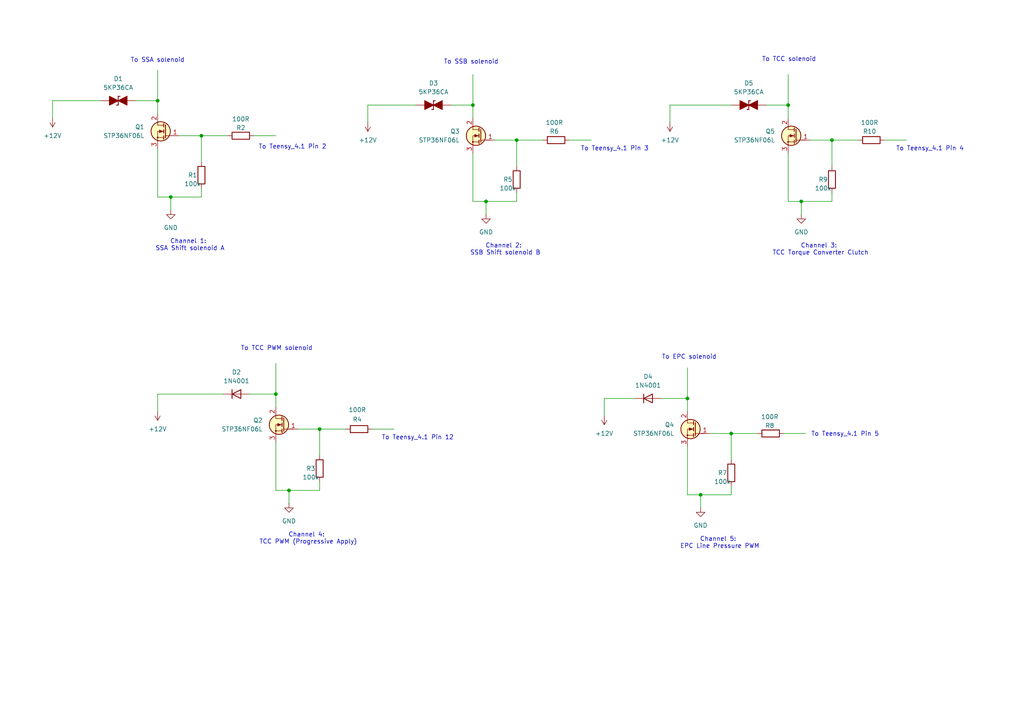
<source format=kicad_sch>
(kicad_sch (version 20250114) (generator "eeschema") (generator_version "9.0")
  (paper "A4")
  (title_block (title "4L60E Controller - Input Conditioning (Overview)") (date "2026-01-26") (rev "B") (comment 1 "Input sheets listed below"))
  (lib_symbols
    (symbol "Device:R" (pin_numbers (hide yes)) (pin_names (offset 0))
      (property "Reference" "R" (at 2.032 0 90))
      (property "Value" "R" (at 0 0 90))
      (symbol "R_0_1"
        (rectangle (start -1.016 -2.54) (end 1.016 2.54) (stroke (width 0.254)))
      )
      (symbol "R_1_1"
        (pin passive line (at 0 3.81 270) (length 1.27) (name "~") (number "1"))
        (pin passive line (at 0 -3.81 90) (length 1.27) (name "~") (number "2"))
      )
    )
    (symbol "Diode:1N4001" (pin_numbers (hide yes)) (pin_names (hide yes))
      (property "Reference" "D" (at 0 2.54 0))
      (property "Value" "1N4001" (at 0 -2.54 0))
      (symbol "1N4001_0_1"
        (polyline (pts (xy -1.27 1.27) (xy -1.27 -1.27)) (stroke (width 0.254)))
        (polyline (pts (xy 1.27 1.27) (xy 1.27 -1.27) (xy -1.27 0) (xy 1.27 1.27)) (stroke (width 0.254)))
        (polyline (pts (xy 1.27 0) (xy -1.27 0)))
      )
      (symbol "1N4001_1_1"
        (pin passive line (at -3.81 0 0) (length 2.54) (name "K") (number "1"))
        (pin passive line (at 3.81 0 180) (length 2.54) (name "A") (number "2"))
      )
    )
    (symbol "PCM_Diode_TVS_AKL:5KP36CA" (pin_numbers (hide yes)) (pin_names (offset 1.016) (hide yes))
      (property "Reference" "D" (at 0 5.08 0))
      (property "Value" "5KP36CA" (at 0 2.54 0))
      (symbol "5KP36CA_0_1"
        (polyline (pts (xy 0 1.27) (xy 0 -1.27)) (stroke (width 0.254)))
        (polyline (pts (xy 0 1.27) (xy 0.508 1.27)) (stroke (width 0.254)))
        (polyline (pts (xy 0 0) (xy -2.54 1.27) (xy -2.54 -1.27) (xy 0 0)) (stroke (width 0.254)) (fill (type outline)))
        (polyline (pts (xy 0 -1.27) (xy -0.508 -1.27)) (stroke (width 0.254)))
        (polyline (pts (xy 1.27 0) (xy -1.27 0)))
        (polyline (pts (xy 2.54 1.27) (xy 2.54 -1.27) (xy 0 0) (xy 2.54 1.27)) (stroke (width 0.254)) (fill (type outline)))
      )
      (symbol "5KP36CA_0_2"
        (polyline (pts (xy -3.81 -3.81) (xy 3.81 3.81)))
        (polyline (pts (xy -1.778 -1.778) (xy -2.667 -0.889) (xy 0 0) (xy -0.889 -2.667) (xy -1.778 -1.778)) (stroke (width 0.254)) (fill (type outline)))
        (polyline (pts (xy -0.889 0.889) (xy -1.27 0.508)) (stroke (width 0.254)))
        (polyline (pts (xy -0.889 0.889) (xy 0.889 -0.889)) (stroke (width 0.254)))
        (polyline (pts (xy 0.889 -0.889) (xy 1.27 -0.508)) (stroke (width 0.254)))
        (polyline (pts (xy 1.778 1.778) (xy 2.667 0.889) (xy 0 0) (xy 0.889 2.667) (xy 1.778 1.778)) (stroke (width 0.254)) (fill (type outline)))
      )
      (symbol "5KP36CA_1_1"
        (pin passive line (at -5.08 0 0) (length 2.54) (name "K") (number "1"))
        (pin passive line (at 5.08 0 180) (length 2.54) (name "A") (number "2"))
      )
      (symbol "5KP36CA_1_2"
        (pin passive line (at -3.81 -3.81 0) (length 0) (name "A") (number "2"))
        (pin passive line (at 3.81 3.81 180) (length 0) (name "K") (number "1"))
      )
    )
    (symbol "PCM_Transistor_MOSFET_AKL:STP36NF06L" (pin_names (hide yes))
      (property "Reference" "Q" (at 5.08 1.27 0))
      (property "Value" "STP36NF06L" (at 5.08 -1.27 0))
      (symbol "STP36NF06L_0_1"
        (polyline (pts (xy 0.254 1.905) (xy 0.254 -1.905)) (stroke (width 0.254)))
        (polyline (pts (xy 0.254 -1.27) (xy -2.54 -1.27)))
        (polyline (pts (xy 0.762 2.286) (xy 0.762 1.27)) (stroke (width 0.254)))
        (polyline (pts (xy 0.762 0.508) (xy 0.762 -0.508)) (stroke (width 0.254)))
        (polyline (pts (xy 0.762 -1.27) (xy 0.762 -2.286)) (stroke (width 0.254)))
        (polyline (pts (xy 0.762 -1.778) (xy 2.54 -1.778)))
        (polyline (pts (xy 1.016 0) (xy 2.032 0.381) (xy 2.032 -0.381) (xy 1.016 0)) (fill (type outline)))
        (circle (center 1.651 0) (radius 2.794) (stroke (width 0.254)) (fill (type background)))
        (polyline (pts (xy 2.54 2.54) (xy 2.54 1.778)))
        (polyline (pts (xy 2.54 1.778) (xy 0.762 1.778)))
        (circle (center 2.54 -1.778) (radius 0.1778) (fill (type outline)))
        (polyline (pts (xy 2.54 -2.54) (xy 2.54 0) (xy 0.762 0)))
      )
      (symbol "STP36NF06L_1_1"
        (pin input line (at -3.81 -1.27 0) (length 2.54) (name "G") (number "1"))
        (pin passive line (at 2.54 5.08 270) (length 2.54) (name "D") (number "2"))
        (pin passive line (at 2.54 -5.08 90) (length 2.54) (name "S") (number "3"))
      )
    )
    (symbol "power:+12V" (power) (pin_numbers (hide yes)) (pin_names (offset 0) (hide yes))
      (property "Value" "+12V" (at 0 3.556 0))
      (symbol "+12V_0_1"
        (polyline (pts (xy -0.762 1.27) (xy 0 2.54)))
        (polyline (pts (xy 0 2.54) (xy 0.762 1.27)))
        (polyline (pts (xy 0 0) (xy 0 2.54)))
      )
      (symbol "+12V_1_1"
        (pin power_in line (at 0 0 90) (length 0) (name "~") (number "1"))
      )
    )
    (symbol "power:GND" (power) (pin_numbers (hide yes)) (pin_names (offset 0) (hide yes))
      (property "Value" "GND" (at 0 -3.81 0))
      (symbol "GND_0_1"
        (polyline (pts (xy 0 0) (xy 0 -1.27) (xy 1.27 -1.27) (xy 0 -2.54) (xy -1.27 -1.27) (xy 0 -1.27)))
      )
      (symbol "GND_1_1"
        (pin power_in line (at 0 0 270) (length 0) (name "~") (number "1"))
      )
    )
  )
  (text "To SSA solenoid" (at 45.72 17.526 0) (effects (font (size 1.27 1.27))))
  (text "Channel 1: \nSSA Shift solenoid A" (at 55.118 71.12 0) (effects (font (size 1.27 1.27))))
  (text "To Teensy_4.1 Pin 4" (at 269.748 43.18 0) (effects (font (size 1.27 1.27))))
  (text "Channel 3: \nTCC Torque Converter Clutch" (at 237.998 72.39 0) (effects (font (size 1.27 1.27))))
  (text "To Teensy_4.1 Pin 12" (at 121.158 127 0) (effects (font (size 1.27 1.27))))
  (text "To TCC solenoid" (at 228.854 17.272 0) (effects (font (size 1.27 1.27))))
  (text "Channel 5: \nEPC Line Pressure PWM" (at 208.788 157.48 0) (effects (font (size 1.27 1.27))))
  (text "To SSB solenoid" (at 136.652 18.034 0) (effects (font (size 1.27 1.27))))
  (text "To Teensy_4.1 Pin 2" (at 84.836 42.672 0) (effects (font (size 1.27 1.27))))
  (text "Channel 2: \nSSB Shift solenoid B" (at 146.558 72.39 0) (effects (font (size 1.27 1.27))))
  (text "To Teensy_4.1 Pin 5" (at 245.11 125.984 0) (effects (font (size 1.27 1.27))))
  (text "To EPC solenoid" (at 199.898 103.632 0) (effects (font (size 1.27 1.27))))
  (text "Channel 4: \nTCC PWM (Progressive Apply)" (at 89.408 156.21 0) (effects (font (size 1.27 1.27))))
  (text "To TCC PWM solenoid" (at 80.264 101.092 0) (effects (font (size 1.27 1.27))))
  (text "To Teensy_4.1 Pin 3" (at 178.308 43.18 0) (effects (font (size 1.27 1.27))))
  (junction (at 137.16 30.48))
  (junction (at 140.97 58.42))
  (junction (at 92.71 124.46))
  (junction (at 241.3 40.64))
  (junction (at 199.39 115.57))
  (junction (at 212.09 125.73))
  (junction (at 228.6 30.48))
  (junction (at 45.72 29.21))
  (junction (at 80.01 114.3))
  (junction (at 58.42 39.37))
  (junction (at 149.86 40.64))
  (junction (at 49.53 57.15))
  (junction (at 203.2 143.51))
  (junction (at 232.41 58.42))
  (junction (at 83.82 142.24))
  (wire (pts (xy 137.16 44.45) (xy 137.16 58.42)))
  (wire (pts (xy 80.01 128.27) (xy 80.01 142.24)))
  (wire (pts (xy 73.66 39.37) (xy 80.01 39.37)))
  (wire (pts (xy 212.09 125.73) (xy 212.09 133.35)))
  (wire (pts (xy 45.72 114.3) (xy 64.77 114.3)))
  (wire (pts (xy 203.2 143.51) (xy 203.2 147.32)))
  (wire (pts (xy 58.42 54.61) (xy 58.42 57.15)))
  (wire (pts (xy 49.53 57.15) (xy 49.53 60.96)))
  (wire (pts (xy 45.72 114.3) (xy 45.72 119.38)))
  (wire (pts (xy 120.65 30.48) (xy 106.68 30.48)))
  (wire (pts (xy 241.3 40.64) (xy 234.95 40.64)))
  (wire (pts (xy 49.53 57.15) (xy 45.72 57.15)))
  (wire (pts (xy 228.6 30.48) (xy 222.25 30.48)))
  (wire (pts (xy 137.16 21.59) (xy 137.16 30.48)))
  (wire (pts (xy 228.6 34.29) (xy 228.6 30.48)))
  (wire (pts (xy 80.01 114.3) (xy 80.01 118.11)))
  (wire (pts (xy 83.82 142.24) (xy 83.82 146.05)))
  (wire (pts (xy 227.33 125.73) (xy 233.68 125.73)))
  (wire (pts (xy 212.09 143.51) (xy 203.2 143.51)))
  (wire (pts (xy 149.86 58.42) (xy 140.97 58.42)))
  (wire (pts (xy 228.6 21.59) (xy 228.6 30.48)))
  (wire (pts (xy 92.71 142.24) (xy 83.82 142.24)))
  (wire (pts (xy 149.86 55.88) (xy 149.86 58.42)))
  (wire (pts (xy 212.09 125.73) (xy 205.74 125.73)))
  (wire (pts (xy 29.21 29.21) (xy 15.24 29.21)))
  (wire (pts (xy 66.04 39.37) (xy 58.42 39.37)))
  (wire (pts (xy 45.72 33.02) (xy 45.72 29.21)))
  (wire (pts (xy 107.95 124.46) (xy 114.3 124.46)))
  (wire (pts (xy 199.39 106.68) (xy 199.39 115.57)))
  (wire (pts (xy 157.48 40.64) (xy 149.86 40.64)))
  (wire (pts (xy 149.86 40.64) (xy 149.86 48.26)))
  (wire (pts (xy 175.26 115.57) (xy 175.26 120.65)))
  (wire (pts (xy 137.16 34.29) (xy 137.16 30.48)))
  (wire (pts (xy 241.3 55.88) (xy 241.3 58.42)))
  (wire (pts (xy 45.72 29.21) (xy 39.37 29.21)))
  (wire (pts (xy 106.68 30.48) (xy 106.68 35.56)))
  (wire (pts (xy 228.6 44.45) (xy 228.6 58.42)))
  (wire (pts (xy 58.42 57.15) (xy 49.53 57.15)))
  (wire (pts (xy 194.31 30.48) (xy 194.31 35.56)))
  (wire (pts (xy 232.41 58.42) (xy 232.41 62.23)))
  (wire (pts (xy 256.54 40.64) (xy 262.89 40.64)))
  (wire (pts (xy 232.41 58.42) (xy 228.6 58.42)))
  (wire (pts (xy 140.97 58.42) (xy 140.97 62.23)))
  (wire (pts (xy 92.71 139.7) (xy 92.71 142.24)))
  (wire (pts (xy 80.01 105.41) (xy 80.01 114.3)))
  (wire (pts (xy 58.42 39.37) (xy 58.42 46.99)))
  (wire (pts (xy 45.72 43.18) (xy 45.72 57.15)))
  (wire (pts (xy 194.31 30.48) (xy 212.09 30.48)))
  (wire (pts (xy 184.15 115.57) (xy 175.26 115.57)))
  (wire (pts (xy 15.24 29.21) (xy 15.24 34.29)))
  (wire (pts (xy 199.39 129.54) (xy 199.39 143.51)))
  (wire (pts (xy 149.86 40.64) (xy 143.51 40.64)))
  (wire (pts (xy 45.72 20.32) (xy 45.72 29.21)))
  (wire (pts (xy 165.1 40.64) (xy 171.45 40.64)))
  (wire (pts (xy 248.92 40.64) (xy 241.3 40.64)))
  (wire (pts (xy 92.71 124.46) (xy 86.36 124.46)))
  (wire (pts (xy 241.3 40.64) (xy 241.3 48.26)))
  (wire (pts (xy 92.71 124.46) (xy 92.71 132.08)))
  (wire (pts (xy 199.39 115.57) (xy 199.39 119.38)))
  (wire (pts (xy 203.2 143.51) (xy 199.39 143.51)))
  (wire (pts (xy 137.16 30.48) (xy 130.81 30.48)))
  (wire (pts (xy 72.39 114.3) (xy 80.01 114.3)))
  (wire (pts (xy 100.33 124.46) (xy 92.71 124.46)))
  (wire (pts (xy 219.71 125.73) (xy 212.09 125.73)))
  (wire (pts (xy 212.09 140.97) (xy 212.09 143.51)))
  (wire (pts (xy 83.82 142.24) (xy 80.01 142.24)))
  (wire (pts (xy 241.3 58.42) (xy 232.41 58.42)))
  (wire (pts (xy 58.42 39.37) (xy 52.07 39.37)))
  (wire (pts (xy 140.97 58.42) (xy 137.16 58.42)))
  (wire (pts (xy 191.77 115.57) (xy 199.39 115.57)))
  (symbol (lib_id "PCM_Diode_TVS_AKL:5KP36CA") (at 217.17 30.48 0) (unit 1)
    (property "Reference" "D5" (at 217.17 24.13 0))
    (property "Value" "5KP36CA" (at 217.17 26.67 0))
    (property "Footprint" "PCM_Diode_THT_AKL:D_P600_R-6_P12.70mm_Horizontal_TVS" (effects (hide yes)))
    (property "Datasheet" "https://www.tme.eu/Document/b0b8a7828c27d2573ec8fa50f5c0ad4f/5KP-ser.pdf" (effects (hide yes)))
    (property "Description" "P600 Bidirectional TVS Diode, 36V, 5000W, Alternate KiCAD Library" (effects (hide yes)))
  )
  (symbol (lib_id "power:+12V") (at 45.72 119.38 0) (mirror x) (unit 1)
    (property "Reference" "#PWR02" (effects (hide yes)))
    (property "Value" "+12V" (at 45.72 124.46 0))
    (property "Description" "Power symbol creates a global label with name \"+12V\"" (effects (hide yes)))
  )
  (symbol (lib_id "Device:R") (at 252.73 40.64 270) (mirror x) (unit 1)
    (property "Reference" "R10" (at 252.222 38.1 90))
    (property "Value" "100R" (at 252.222 35.56 90))
  )
  (symbol (lib_id "power:+12V") (at 194.31 35.56 0) (mirror x) (unit 1)
    (property "Reference" "#PWR08" (effects (hide yes)))
    (property "Value" "+12V" (at 194.31 40.64 0))
    (property "Description" "Power symbol creates a global label with name \"+12V\"" (effects (hide yes)))
  )
  (symbol (lib_id "power:GND") (at 83.82 146.05 0) (mirror y) (unit 1) (in_bom no)
    (property "Reference" "#PWR04" (effects (hide yes)))
    (property "Value" "GND" (at 83.82 151.13 0))
    (property "Description" "Power symbol creates a global label with name \"GND\" , ground" (effects (hide yes)))
  )
  (symbol (lib_id "Device:R") (at 223.52 125.73 270) (mirror x) (unit 1)
    (property "Reference" "R8" (at 223.266 123.444 90))
    (property "Value" "100R" (at 223.266 120.904 90))
  )
  (symbol (lib_id "power:+12V") (at 175.26 120.65 0) (mirror x) (unit 1)
    (property "Reference" "#PWR07" (effects (hide yes)))
    (property "Value" "+12V" (at 175.26 125.73 0))
    (property "Description" "Power symbol creates a global label with name \"+12V\"" (effects (hide yes)))
  )
  (symbol (lib_id "power:GND") (at 49.53 60.96 0) (mirror y) (unit 1) (in_bom no)
    (property "Reference" "#PWR03" (effects (hide yes)))
    (property "Value" "GND" (at 49.53 66.04 0))
    (property "Description" "Power symbol creates a global label with name \"GND\" , ground" (effects (hide yes)))
  )
  (symbol (lib_id "PCM_Transistor_MOSFET_AKL:STP36NF06L") (at 82.55 123.19 0) (mirror y) (unit 1)
    (property "Reference" "Q2" (at 76.2 121.9199 0) (effects (justify left)))
    (property "Value" "STP36NF06L" (at 76.2 124.4599 0) (effects (justify left)))
    (property "Footprint" "PCM_Package_TO_SOT_THT_AKL:TO-220-3_Vertical_GDS" (effects (hide yes)))
    (property "Datasheet" "https://www.tme.eu/Document/4bf7bb992bce9158e582006752d774e6/STP36NF06L.pdf" (effects (hide yes)))
    (property "Description" "TO-220 N-MOSFET enchancement mode transistor, 60V, 30A, 70W, Alternate KiCAD Library" (effects (hide yes)))
  )
  (symbol (lib_id "Device:R") (at 104.14 124.46 270) (mirror x) (unit 1)
    (property "Reference" "R4" (at 103.632 121.666 90))
    (property "Value" "100R" (at 103.632 118.872 90))
  )
  (symbol (lib_id "Device:R") (at 69.85 39.37 270) (mirror x) (unit 1)
    (property "Reference" "R2" (at 69.85 37.084 90))
    (property "Value" "100R" (at 69.85 34.544 90))
  )
  (symbol (lib_id "power:GND") (at 140.97 62.23 0) (mirror y) (unit 1) (in_bom no)
    (property "Reference" "#PWR06" (effects (hide yes)))
    (property "Value" "GND" (at 140.97 67.31 0))
    (property "Description" "Power symbol creates a global label with name \"GND\" , ground" (effects (hide yes)))
  )
  (symbol (lib_id "PCM_Transistor_MOSFET_AKL:STP36NF06L") (at 48.26 38.1 0) (mirror y) (unit 1)
    (property "Reference" "Q1" (at 41.91 36.8299 0) (effects (justify left)))
    (property "Value" "STP36NF06L" (at 41.91 39.3699 0) (effects (justify left)))
    (property "Footprint" "PCM_Package_TO_SOT_THT_AKL:TO-220-3_Vertical_GDS" (effects (hide yes)))
    (property "Datasheet" "https://www.tme.eu/Document/4bf7bb992bce9158e582006752d774e6/STP36NF06L.pdf" (effects (hide yes)))
    (property "Description" "TO-220 N-MOSFET enchancement mode transistor, 60V, 30A, 70W, Alternate KiCAD Library" (effects (hide yes)))
  )
  (symbol (lib_id "PCM_Transistor_MOSFET_AKL:STP36NF06L") (at 231.14 39.37 0) (mirror y) (unit 1)
    (property "Reference" "Q5" (at 224.79 38.0999 0) (effects (justify left)))
    (property "Value" "STP36NF06L" (at 224.79 40.6399 0) (effects (justify left)))
    (property "Footprint" "PCM_Package_TO_SOT_THT_AKL:TO-220-3_Vertical_GDS" (effects (hide yes)))
    (property "Datasheet" "https://www.tme.eu/Document/4bf7bb992bce9158e582006752d774e6/STP36NF06L.pdf" (effects (hide yes)))
    (property "Description" "TO-220 N-MOSFET enchancement mode transistor, 60V, 30A, 70W, Alternate KiCAD Library" (effects (hide yes)))
  )
  (symbol (lib_id "Diode:1N4001") (at 68.58 114.3 0) (unit 1)
    (property "Reference" "D2" (at 68.58 107.95 0))
    (property "Value" "1N4001" (at 68.58 110.49 0))
    (property "Footprint" "Diode_THT:D_DO-41_SOD81_P10.16mm_Horizontal" (effects (hide yes)))
    (property "Datasheet" "http://www.vishay.com/docs/88503/1n4001.pdf" (effects (hide yes)))
    (property "Description" "50V 1A General Purpose Rectifier Diode, DO-41" (effects (hide yes)))
    (property "Sim.Device" "D" (effects (hide yes)))
    (property "Sim.Pins" "1=K 2=A" (effects (hide yes)))
  )
  (symbol (lib_id "Device:R") (at 92.71 135.89 0) (mirror y) (unit 1)
    (property "Reference" "R3" (at 90.17 135.89 0))
    (property "Value" "100k" (at 90.17 138.43 0))
  )
  (symbol (lib_id "Device:R") (at 161.29 40.64 270) (mirror x) (unit 1)
    (property "Reference" "R6" (at 160.782 38.1 90))
    (property "Value" "100R" (at 160.782 35.56 90))
  )
  (symbol (lib_id "PCM_Transistor_MOSFET_AKL:STP36NF06L") (at 139.7 39.37 0) (mirror y) (unit 1)
    (property "Reference" "Q3" (at 133.35 38.0999 0) (effects (justify left)))
    (property "Value" "STP36NF06L" (at 133.35 40.6399 0) (effects (justify left)))
    (property "Footprint" "PCM_Package_TO_SOT_THT_AKL:TO-220-3_Vertical_GDS" (effects (hide yes)))
    (property "Datasheet" "https://www.tme.eu/Document/4bf7bb992bce9158e582006752d774e6/STP36NF06L.pdf" (effects (hide yes)))
    (property "Description" "TO-220 N-MOSFET enchancement mode transistor, 60V, 30A, 70W, Alternate KiCAD Library" (effects (hide yes)))
  )
  (symbol (lib_id "power:GND") (at 203.2 147.32 0) (mirror y) (unit 1) (in_bom no)
    (property "Reference" "#PWR09" (effects (hide yes)))
    (property "Value" "GND" (at 203.2 152.4 0))
    (property "Description" "Power symbol creates a global label with name \"GND\" , ground" (effects (hide yes)))
  )
  (symbol (lib_id "Device:R") (at 149.86 52.07 0) (mirror y) (unit 1)
    (property "Reference" "R5" (at 147.32 52.07 0))
    (property "Value" "100k" (at 147.32 54.61 0))
  )
  (symbol (lib_id "PCM_Diode_TVS_AKL:5KP36CA") (at 34.29 29.21 0) (unit 1)
    (property "Reference" "D1" (at 34.29 22.86 0))
    (property "Value" "5KP36CA" (at 34.29 25.4 0))
    (property "Footprint" "PCM_Diode_THT_AKL:D_P600_R-6_P12.70mm_Horizontal_TVS" (effects (hide yes)))
    (property "Datasheet" "https://www.tme.eu/Document/b0b8a7828c27d2573ec8fa50f5c0ad4f/5KP-ser.pdf" (effects (hide yes)))
    (property "Description" "P600 Bidirectional TVS Diode, 36V, 5000W, Alternate KiCAD Library" (effects (hide yes)))
  )
  (symbol (lib_id "PCM_Transistor_MOSFET_AKL:STP36NF06L") (at 201.93 124.46 0) (mirror y) (unit 1)
    (property "Reference" "Q4" (at 195.58 123.1899 0) (effects (justify left)))
    (property "Value" "STP36NF06L" (at 195.58 125.7299 0) (effects (justify left)))
    (property "Footprint" "PCM_Package_TO_SOT_THT_AKL:TO-220-3_Vertical_GDS" (effects (hide yes)))
    (property "Datasheet" "https://www.tme.eu/Document/4bf7bb992bce9158e582006752d774e6/STP36NF06L.pdf" (effects (hide yes)))
    (property "Description" "TO-220 N-MOSFET enchancement mode transistor, 60V, 30A, 70W, Alternate KiCAD Library" (effects (hide yes)))
  )
  (symbol (lib_id "Device:R") (at 241.3 52.07 0) (mirror y) (unit 1)
    (property "Reference" "R9" (at 238.76 52.07 0))
    (property "Value" "100k" (at 238.76 54.61 0))
  )
  (symbol (lib_id "power:+12V") (at 106.68 35.56 0) (mirror x) (unit 1)
    (property "Reference" "#PWR05" (effects (hide yes)))
    (property "Value" "+12V" (at 106.68 40.64 0))
    (property "Description" "Power symbol creates a global label with name \"+12V\"" (effects (hide yes)))
  )
  (symbol (lib_id "Diode:1N4001") (at 187.96 115.57 0) (unit 1)
    (property "Reference" "D4" (at 187.96 109.22 0))
    (property "Value" "1N4001" (at 187.96 111.76 0))
    (property "Footprint" "Diode_THT:D_DO-41_SOD81_P10.16mm_Horizontal" (effects (hide yes)))
    (property "Datasheet" "http://www.vishay.com/docs/88503/1n4001.pdf" (effects (hide yes)))
    (property "Description" "50V 1A General Purpose Rectifier Diode, DO-41" (effects (hide yes)))
    (property "Sim.Device" "D" (effects (hide yes)))
    (property "Sim.Pins" "1=K 2=A" (effects (hide yes)))
  )
  (symbol (lib_id "power:GND") (at 232.41 62.23 0) (mirror y) (unit 1) (in_bom no)
    (property "Reference" "#PWR010" (effects (hide yes)))
    (property "Value" "GND" (at 232.41 67.31 0))
    (property "Description" "Power symbol creates a global label with name \"GND\" , ground" (effects (hide yes)))
  )
  (symbol (lib_id "Device:R") (at 212.09 137.16 0) (mirror y) (unit 1)
    (property "Reference" "R7" (at 209.55 137.16 0))
    (property "Value" "100k" (at 209.55 139.7 0))
  )
  (symbol (lib_id "Device:R") (at 58.42 50.8 0) (mirror y) (unit 1)
    (property "Reference" "R1" (at 55.88 50.8 0))
    (property "Value" "100k" (at 55.88 53.34 0))
  )
  (symbol (lib_id "power:+12V") (at 15.24 34.29 0) (mirror x) (unit 1)
    (property "Reference" "#PWR01" (effects (hide yes)))
    (property "Value" "+12V" (at 15.24 39.37 0))
    (property "Description" "Power symbol creates a global label with name \"+12V\"" (effects (hide yes)))
  )
  (symbol (lib_id "PCM_Diode_TVS_AKL:5KP36CA") (at 125.73 30.48 0) (unit 1)
    (property "Reference" "D3" (at 125.73 24.13 0))
    (property "Value" "5KP36CA" (at 125.73 26.67 0))
    (property "Footprint" "PCM_Diode_THT_AKL:D_P600_R-6_P12.70mm_Horizontal_TVS" (effects (hide yes)))
    (property "Datasheet" "https://www.tme.eu/Document/b0b8a7828c27d2573ec8fa50f5c0ad4f/5KP-ser.pdf" (effects (hide yes)))
    (property "Description" "P600 Bidirectional TVS Diode, 36V, 5000W, Alternate KiCAD Library" (effects (hide yes)))
  )
)
</source>
